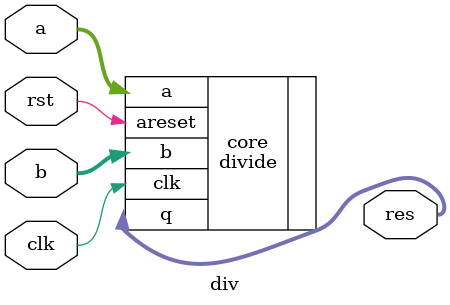
<source format=v>
`timescale 1ns / 1ps


module div(
    input clk,
	 input rst,
    input [31:0] a,
    input [31:0] b,
    output [31:0] res
    );
    
divide core(
		.a(a),      //      a.a
		.areset(rst), // areset.reset
		.b(b),      //      b.b
		.clk(clk),    //    clk.clk
		.q(res)       //      q.q
	);
    
endmodule

</source>
